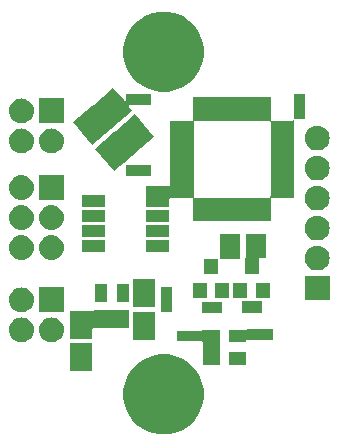
<source format=gbr>
G04 #@! TF.GenerationSoftware,KiCad,Pcbnew,(5.0.2)-1*
G04 #@! TF.CreationDate,2019-03-06T20:32:53+00:00*
G04 #@! TF.ProjectId,distanced,64697374-616e-4636-9564-2e6b69636164,rev?*
G04 #@! TF.SameCoordinates,Original*
G04 #@! TF.FileFunction,Soldermask,Bot*
G04 #@! TF.FilePolarity,Negative*
%FSLAX46Y46*%
G04 Gerber Fmt 4.6, Leading zero omitted, Abs format (unit mm)*
G04 Created by KiCad (PCBNEW (5.0.2)-1) date 06/03/2019 20:32:53*
%MOMM*%
%LPD*%
G01*
G04 APERTURE LIST*
%ADD10C,0.150000*%
G04 APERTURE END LIST*
D10*
G36*
X148991743Y-95730660D02*
X149610503Y-95986958D01*
X150167377Y-96359050D01*
X150640950Y-96832623D01*
X151013042Y-97389497D01*
X151269340Y-98008257D01*
X151400000Y-98665128D01*
X151400000Y-99334872D01*
X151269340Y-99991743D01*
X151013042Y-100610503D01*
X150640950Y-101167377D01*
X150167377Y-101640950D01*
X149610503Y-102013042D01*
X148991743Y-102269340D01*
X148334872Y-102400000D01*
X147665128Y-102400000D01*
X147008257Y-102269340D01*
X146389497Y-102013042D01*
X145832623Y-101640950D01*
X145359050Y-101167377D01*
X144986958Y-100610503D01*
X144730660Y-99991743D01*
X144600000Y-99334872D01*
X144600000Y-98665128D01*
X144730660Y-98008257D01*
X144986958Y-97389497D01*
X145359050Y-96832623D01*
X145832623Y-96359050D01*
X146389497Y-95986958D01*
X147008257Y-95730660D01*
X147665128Y-95600000D01*
X148334872Y-95600000D01*
X148991743Y-95730660D01*
X148991743Y-95730660D01*
G37*
G36*
X141975000Y-97025000D02*
X140075000Y-97025000D01*
X140075000Y-94675000D01*
X141975000Y-94675000D01*
X141975000Y-97025000D01*
X141975000Y-97025000D01*
G37*
G36*
X152780000Y-96475000D02*
X151320000Y-96475000D01*
X151320000Y-94625000D01*
X151317598Y-94600614D01*
X151310485Y-94577165D01*
X151298934Y-94555554D01*
X151283388Y-94536612D01*
X151264446Y-94521066D01*
X151242835Y-94509515D01*
X151219386Y-94502402D01*
X151195000Y-94500000D01*
X149125000Y-94500000D01*
X149125000Y-93600000D01*
X151195000Y-93600000D01*
X151219386Y-93597598D01*
X151242835Y-93590485D01*
X151264446Y-93578934D01*
X151283388Y-93563388D01*
X151298934Y-93544446D01*
X151309328Y-93525000D01*
X152780000Y-93525000D01*
X152780000Y-96475000D01*
X152780000Y-96475000D01*
G37*
G36*
X154980000Y-96475000D02*
X153520000Y-96475000D01*
X153520000Y-95425000D01*
X154980000Y-95425000D01*
X154980000Y-96475000D01*
X154980000Y-96475000D01*
G37*
G36*
X138628707Y-92497597D02*
X138705836Y-92505193D01*
X138837787Y-92545220D01*
X138903763Y-92565233D01*
X139086172Y-92662733D01*
X139246054Y-92793946D01*
X139377267Y-92953828D01*
X139474767Y-93136237D01*
X139474767Y-93136238D01*
X139534807Y-93334164D01*
X139555080Y-93540000D01*
X139534807Y-93745836D01*
X139494780Y-93877787D01*
X139474767Y-93943763D01*
X139377267Y-94126172D01*
X139246054Y-94286054D01*
X139086172Y-94417267D01*
X138903763Y-94514767D01*
X138837787Y-94534780D01*
X138705836Y-94574807D01*
X138628707Y-94582403D01*
X138551580Y-94590000D01*
X138448420Y-94590000D01*
X138371293Y-94582403D01*
X138294164Y-94574807D01*
X138162213Y-94534780D01*
X138096237Y-94514767D01*
X137913828Y-94417267D01*
X137753946Y-94286054D01*
X137622733Y-94126172D01*
X137525233Y-93943763D01*
X137505220Y-93877787D01*
X137465193Y-93745836D01*
X137444920Y-93540000D01*
X137465193Y-93334164D01*
X137525233Y-93136238D01*
X137525233Y-93136237D01*
X137622733Y-92953828D01*
X137753946Y-92793946D01*
X137913828Y-92662733D01*
X138096237Y-92565233D01*
X138162213Y-92545220D01*
X138294164Y-92505193D01*
X138371293Y-92497596D01*
X138448420Y-92490000D01*
X138551580Y-92490000D01*
X138628707Y-92497597D01*
X138628707Y-92497597D01*
G37*
G36*
X136088707Y-92497597D02*
X136165836Y-92505193D01*
X136297787Y-92545220D01*
X136363763Y-92565233D01*
X136546172Y-92662733D01*
X136706054Y-92793946D01*
X136837267Y-92953828D01*
X136934767Y-93136237D01*
X136934767Y-93136238D01*
X136994807Y-93334164D01*
X137015080Y-93540000D01*
X136994807Y-93745836D01*
X136954780Y-93877787D01*
X136934767Y-93943763D01*
X136837267Y-94126172D01*
X136706054Y-94286054D01*
X136546172Y-94417267D01*
X136363763Y-94514767D01*
X136297787Y-94534780D01*
X136165836Y-94574807D01*
X136088707Y-94582403D01*
X136011580Y-94590000D01*
X135908420Y-94590000D01*
X135831293Y-94582403D01*
X135754164Y-94574807D01*
X135622213Y-94534780D01*
X135556237Y-94514767D01*
X135373828Y-94417267D01*
X135213946Y-94286054D01*
X135082733Y-94126172D01*
X134985233Y-93943763D01*
X134965220Y-93877787D01*
X134925193Y-93745836D01*
X134904920Y-93540000D01*
X134925193Y-93334164D01*
X134985233Y-93136238D01*
X134985233Y-93136237D01*
X135082733Y-92953828D01*
X135213946Y-92793946D01*
X135373828Y-92662733D01*
X135556237Y-92565233D01*
X135622213Y-92545220D01*
X135754164Y-92505193D01*
X135831293Y-92497596D01*
X135908420Y-92490000D01*
X136011580Y-92490000D01*
X136088707Y-92497597D01*
X136088707Y-92497597D01*
G37*
G36*
X157225000Y-94375000D02*
X155105000Y-94375000D01*
X155080614Y-94377402D01*
X155057165Y-94384515D01*
X155035554Y-94396066D01*
X155016612Y-94411612D01*
X155001066Y-94430554D01*
X154989515Y-94452165D01*
X154982402Y-94475614D01*
X154980000Y-94500000D01*
X154980000Y-94575000D01*
X153520000Y-94575000D01*
X153520000Y-93525000D01*
X155000000Y-93525000D01*
X155024386Y-93522598D01*
X155047835Y-93515485D01*
X155069446Y-93503934D01*
X155088388Y-93488388D01*
X155099376Y-93475000D01*
X157225000Y-93475000D01*
X157225000Y-94375000D01*
X157225000Y-94375000D01*
G37*
G36*
X147275000Y-94375000D02*
X145375000Y-94375000D01*
X145375000Y-92025000D01*
X147275000Y-92025000D01*
X147275000Y-94375000D01*
X147275000Y-94375000D01*
G37*
G36*
X145100000Y-93355000D02*
X142100000Y-93355000D01*
X142075614Y-93357402D01*
X142052165Y-93364515D01*
X142030554Y-93376066D01*
X142011612Y-93391612D01*
X141996066Y-93410554D01*
X141984515Y-93432165D01*
X141977402Y-93455614D01*
X141975000Y-93480000D01*
X141975000Y-94275000D01*
X140075000Y-94275000D01*
X140075000Y-91925000D01*
X142025000Y-91925000D01*
X142049386Y-91922598D01*
X142072835Y-91915485D01*
X142094446Y-91903934D01*
X142105332Y-91895000D01*
X145100000Y-91895000D01*
X145100000Y-93355000D01*
X145100000Y-93355000D01*
G37*
G36*
X152975000Y-92150000D02*
X151275000Y-92150000D01*
X151275000Y-91150000D01*
X152975000Y-91150000D01*
X152975000Y-92150000D01*
X152975000Y-92150000D01*
G37*
G36*
X156300000Y-92125000D02*
X154600000Y-92125000D01*
X154600000Y-91125000D01*
X156300000Y-91125000D01*
X156300000Y-92125000D01*
X156300000Y-92125000D01*
G37*
G36*
X136088707Y-89957596D02*
X136165836Y-89965193D01*
X136297787Y-90005220D01*
X136363763Y-90025233D01*
X136546172Y-90122733D01*
X136706054Y-90253946D01*
X136837267Y-90413828D01*
X136934767Y-90596237D01*
X136934767Y-90596238D01*
X136994807Y-90794164D01*
X137015080Y-91000000D01*
X136994807Y-91205836D01*
X136954780Y-91337787D01*
X136934767Y-91403763D01*
X136837267Y-91586172D01*
X136706054Y-91746054D01*
X136546172Y-91877267D01*
X136363763Y-91974767D01*
X136297787Y-91994780D01*
X136165836Y-92034807D01*
X136088707Y-92042403D01*
X136011580Y-92050000D01*
X135908420Y-92050000D01*
X135831293Y-92042403D01*
X135754164Y-92034807D01*
X135622213Y-91994780D01*
X135556237Y-91974767D01*
X135373828Y-91877267D01*
X135213946Y-91746054D01*
X135082733Y-91586172D01*
X134985233Y-91403763D01*
X134965220Y-91337787D01*
X134925193Y-91205836D01*
X134904920Y-91000000D01*
X134925193Y-90794164D01*
X134985233Y-90596238D01*
X134985233Y-90596237D01*
X135082733Y-90413828D01*
X135213946Y-90253946D01*
X135373828Y-90122733D01*
X135556237Y-90025233D01*
X135622213Y-90005220D01*
X135754164Y-89965193D01*
X135831293Y-89957596D01*
X135908420Y-89950000D01*
X136011580Y-89950000D01*
X136088707Y-89957596D01*
X136088707Y-89957596D01*
G37*
G36*
X139550000Y-92050000D02*
X137450000Y-92050000D01*
X137450000Y-89950000D01*
X139550000Y-89950000D01*
X139550000Y-92050000D01*
X139550000Y-92050000D01*
G37*
G36*
X148700000Y-92025000D02*
X147800000Y-92025000D01*
X147800000Y-89925000D01*
X148700000Y-89925000D01*
X148700000Y-92025000D01*
X148700000Y-92025000D01*
G37*
G36*
X147275000Y-91625000D02*
X145375000Y-91625000D01*
X145375000Y-89275000D01*
X147275000Y-89275000D01*
X147275000Y-91625000D01*
X147275000Y-91625000D01*
G37*
G36*
X145100000Y-91155000D02*
X144050000Y-91155000D01*
X144050000Y-89695000D01*
X145100000Y-89695000D01*
X145100000Y-91155000D01*
X145100000Y-91155000D01*
G37*
G36*
X143200000Y-91155000D02*
X142150000Y-91155000D01*
X142150000Y-89695000D01*
X143200000Y-89695000D01*
X143200000Y-91155000D01*
X143200000Y-91155000D01*
G37*
G36*
X162050000Y-91050000D02*
X159950000Y-91050000D01*
X159950000Y-88950000D01*
X162050000Y-88950000D01*
X162050000Y-91050000D01*
X162050000Y-91050000D01*
G37*
G36*
X155100000Y-90850000D02*
X153900000Y-90850000D01*
X153900000Y-89550000D01*
X155100000Y-89550000D01*
X155100000Y-90850000D01*
X155100000Y-90850000D01*
G37*
G36*
X157000000Y-90850000D02*
X155800000Y-90850000D01*
X155800000Y-89550000D01*
X157000000Y-89550000D01*
X157000000Y-90850000D01*
X157000000Y-90850000D01*
G37*
G36*
X151675000Y-90850000D02*
X150475000Y-90850000D01*
X150475000Y-89550000D01*
X151675000Y-89550000D01*
X151675000Y-90850000D01*
X151675000Y-90850000D01*
G37*
G36*
X153575000Y-90850000D02*
X152375000Y-90850000D01*
X152375000Y-89550000D01*
X153575000Y-89550000D01*
X153575000Y-90850000D01*
X153575000Y-90850000D01*
G37*
G36*
X156650000Y-87475000D02*
X156175000Y-87475000D01*
X156150614Y-87477402D01*
X156127165Y-87484515D01*
X156105554Y-87496066D01*
X156086612Y-87511612D01*
X156071066Y-87530554D01*
X156059515Y-87552165D01*
X156052402Y-87575614D01*
X156050000Y-87600000D01*
X156050000Y-88850000D01*
X154850000Y-88850000D01*
X154850000Y-87547412D01*
X154872835Y-87540485D01*
X154894446Y-87528934D01*
X154913388Y-87513388D01*
X154928934Y-87494446D01*
X154940485Y-87472835D01*
X154947598Y-87449386D01*
X154950000Y-87425000D01*
X154950000Y-85425000D01*
X156650000Y-85425000D01*
X156650000Y-87475000D01*
X156650000Y-87475000D01*
G37*
G36*
X152646066Y-87555554D02*
X152634515Y-87577165D01*
X152627402Y-87600614D01*
X152625000Y-87625000D01*
X152625000Y-88850000D01*
X151425000Y-88850000D01*
X151425000Y-87550000D01*
X152650000Y-87550000D01*
X152650679Y-87549933D01*
X152646066Y-87555554D01*
X152646066Y-87555554D01*
G37*
G36*
X161128707Y-86417596D02*
X161205836Y-86425193D01*
X161337787Y-86465220D01*
X161403763Y-86485233D01*
X161586172Y-86582733D01*
X161746054Y-86713946D01*
X161877267Y-86873828D01*
X161974767Y-87056237D01*
X161974767Y-87056238D01*
X162034807Y-87254164D01*
X162055080Y-87460000D01*
X162034807Y-87665836D01*
X161994780Y-87797787D01*
X161974767Y-87863763D01*
X161877267Y-88046172D01*
X161746054Y-88206054D01*
X161586172Y-88337267D01*
X161403763Y-88434767D01*
X161337787Y-88454780D01*
X161205836Y-88494807D01*
X161128707Y-88502403D01*
X161051580Y-88510000D01*
X160948420Y-88510000D01*
X160871293Y-88502403D01*
X160794164Y-88494807D01*
X160662213Y-88454780D01*
X160596237Y-88434767D01*
X160413828Y-88337267D01*
X160253946Y-88206054D01*
X160122733Y-88046172D01*
X160025233Y-87863763D01*
X160005220Y-87797787D01*
X159965193Y-87665836D01*
X159944920Y-87460000D01*
X159965193Y-87254164D01*
X160025233Y-87056238D01*
X160025233Y-87056237D01*
X160122733Y-86873828D01*
X160253946Y-86713946D01*
X160413828Y-86582733D01*
X160596237Y-86485233D01*
X160662213Y-86465220D01*
X160794164Y-86425193D01*
X160871293Y-86417596D01*
X160948420Y-86410000D01*
X161051580Y-86410000D01*
X161128707Y-86417596D01*
X161128707Y-86417596D01*
G37*
G36*
X138628707Y-85537596D02*
X138705836Y-85545193D01*
X138837787Y-85585220D01*
X138903763Y-85605233D01*
X139086172Y-85702733D01*
X139246054Y-85833946D01*
X139377267Y-85993828D01*
X139474767Y-86176237D01*
X139474767Y-86176238D01*
X139534807Y-86374164D01*
X139555080Y-86580000D01*
X139534807Y-86785836D01*
X139508115Y-86873828D01*
X139474767Y-86983763D01*
X139377267Y-87166172D01*
X139246054Y-87326054D01*
X139086172Y-87457267D01*
X138903763Y-87554767D01*
X138837787Y-87574780D01*
X138705836Y-87614807D01*
X138628707Y-87622404D01*
X138551580Y-87630000D01*
X138448420Y-87630000D01*
X138371293Y-87622404D01*
X138294164Y-87614807D01*
X138162213Y-87574780D01*
X138096237Y-87554767D01*
X137913828Y-87457267D01*
X137753946Y-87326054D01*
X137622733Y-87166172D01*
X137525233Y-86983763D01*
X137491885Y-86873828D01*
X137465193Y-86785836D01*
X137444920Y-86580000D01*
X137465193Y-86374164D01*
X137525233Y-86176238D01*
X137525233Y-86176237D01*
X137622733Y-85993828D01*
X137753946Y-85833946D01*
X137913828Y-85702733D01*
X138096237Y-85605233D01*
X138162213Y-85585220D01*
X138294164Y-85545193D01*
X138371293Y-85537596D01*
X138448420Y-85530000D01*
X138551580Y-85530000D01*
X138628707Y-85537596D01*
X138628707Y-85537596D01*
G37*
G36*
X136088707Y-85537596D02*
X136165836Y-85545193D01*
X136297787Y-85585220D01*
X136363763Y-85605233D01*
X136546172Y-85702733D01*
X136706054Y-85833946D01*
X136837267Y-85993828D01*
X136934767Y-86176237D01*
X136934767Y-86176238D01*
X136994807Y-86374164D01*
X137015080Y-86580000D01*
X136994807Y-86785836D01*
X136968115Y-86873828D01*
X136934767Y-86983763D01*
X136837267Y-87166172D01*
X136706054Y-87326054D01*
X136546172Y-87457267D01*
X136363763Y-87554767D01*
X136297787Y-87574780D01*
X136165836Y-87614807D01*
X136088707Y-87622404D01*
X136011580Y-87630000D01*
X135908420Y-87630000D01*
X135831293Y-87622404D01*
X135754164Y-87614807D01*
X135622213Y-87574780D01*
X135556237Y-87554767D01*
X135373828Y-87457267D01*
X135213946Y-87326054D01*
X135082733Y-87166172D01*
X134985233Y-86983763D01*
X134951885Y-86873828D01*
X134925193Y-86785836D01*
X134904920Y-86580000D01*
X134925193Y-86374164D01*
X134985233Y-86176238D01*
X134985233Y-86176237D01*
X135082733Y-85993828D01*
X135213946Y-85833946D01*
X135373828Y-85702733D01*
X135556237Y-85605233D01*
X135622213Y-85585220D01*
X135754164Y-85545193D01*
X135831293Y-85537596D01*
X135908420Y-85530000D01*
X136011580Y-85530000D01*
X136088707Y-85537596D01*
X136088707Y-85537596D01*
G37*
G36*
X154475000Y-87500000D02*
X152750000Y-87500000D01*
X152749321Y-87500067D01*
X152753934Y-87494446D01*
X152765485Y-87472835D01*
X152772598Y-87449386D01*
X152775000Y-87425000D01*
X152775000Y-85450000D01*
X154475000Y-85450000D01*
X154475000Y-87500000D01*
X154475000Y-87500000D01*
G37*
G36*
X148475000Y-86955000D02*
X146525000Y-86955000D01*
X146525000Y-85955000D01*
X148475000Y-85955000D01*
X148475000Y-86955000D01*
X148475000Y-86955000D01*
G37*
G36*
X143075000Y-86955000D02*
X141125000Y-86955000D01*
X141125000Y-85955000D01*
X143075000Y-85955000D01*
X143075000Y-86955000D01*
X143075000Y-86955000D01*
G37*
G36*
X161128707Y-83877597D02*
X161205836Y-83885193D01*
X161337787Y-83925220D01*
X161403763Y-83945233D01*
X161586172Y-84042733D01*
X161746054Y-84173946D01*
X161877267Y-84333828D01*
X161974767Y-84516237D01*
X161974767Y-84516238D01*
X162034807Y-84714164D01*
X162055080Y-84920000D01*
X162034807Y-85125836D01*
X161994780Y-85257787D01*
X161974767Y-85323763D01*
X161877267Y-85506172D01*
X161746054Y-85666054D01*
X161586172Y-85797267D01*
X161403763Y-85894767D01*
X161337787Y-85914780D01*
X161205836Y-85954807D01*
X161128707Y-85962403D01*
X161051580Y-85970000D01*
X160948420Y-85970000D01*
X160871293Y-85962403D01*
X160794164Y-85954807D01*
X160662213Y-85914780D01*
X160596237Y-85894767D01*
X160413828Y-85797267D01*
X160253946Y-85666054D01*
X160122733Y-85506172D01*
X160025233Y-85323763D01*
X160005220Y-85257787D01*
X159965193Y-85125836D01*
X159944920Y-84920000D01*
X159965193Y-84714164D01*
X160025233Y-84516238D01*
X160025233Y-84516237D01*
X160122733Y-84333828D01*
X160253946Y-84173946D01*
X160413828Y-84042733D01*
X160596237Y-83945233D01*
X160662213Y-83925220D01*
X160794164Y-83885193D01*
X160871293Y-83877597D01*
X160948420Y-83870000D01*
X161051580Y-83870000D01*
X161128707Y-83877597D01*
X161128707Y-83877597D01*
G37*
G36*
X143075000Y-85685000D02*
X141125000Y-85685000D01*
X141125000Y-84685000D01*
X143075000Y-84685000D01*
X143075000Y-85685000D01*
X143075000Y-85685000D01*
G37*
G36*
X148475000Y-85685000D02*
X146525000Y-85685000D01*
X146525000Y-84685000D01*
X148475000Y-84685000D01*
X148475000Y-85685000D01*
X148475000Y-85685000D01*
G37*
G36*
X138628707Y-82997596D02*
X138705836Y-83005193D01*
X138837787Y-83045220D01*
X138903763Y-83065233D01*
X139086172Y-83162733D01*
X139246054Y-83293946D01*
X139377267Y-83453828D01*
X139474767Y-83636237D01*
X139474767Y-83636238D01*
X139534807Y-83834164D01*
X139555080Y-84040000D01*
X139534807Y-84245836D01*
X139508115Y-84333828D01*
X139474767Y-84443763D01*
X139377267Y-84626172D01*
X139246054Y-84786054D01*
X139086172Y-84917267D01*
X138903763Y-85014767D01*
X138837787Y-85034780D01*
X138705836Y-85074807D01*
X138628707Y-85082403D01*
X138551580Y-85090000D01*
X138448420Y-85090000D01*
X138371293Y-85082403D01*
X138294164Y-85074807D01*
X138162213Y-85034780D01*
X138096237Y-85014767D01*
X137913828Y-84917267D01*
X137753946Y-84786054D01*
X137622733Y-84626172D01*
X137525233Y-84443763D01*
X137491885Y-84333828D01*
X137465193Y-84245836D01*
X137444920Y-84040000D01*
X137465193Y-83834164D01*
X137525233Y-83636238D01*
X137525233Y-83636237D01*
X137622733Y-83453828D01*
X137753946Y-83293946D01*
X137913828Y-83162733D01*
X138096237Y-83065233D01*
X138162213Y-83045220D01*
X138294164Y-83005193D01*
X138371293Y-82997596D01*
X138448420Y-82990000D01*
X138551580Y-82990000D01*
X138628707Y-82997596D01*
X138628707Y-82997596D01*
G37*
G36*
X136088707Y-82997596D02*
X136165836Y-83005193D01*
X136297787Y-83045220D01*
X136363763Y-83065233D01*
X136546172Y-83162733D01*
X136706054Y-83293946D01*
X136837267Y-83453828D01*
X136934767Y-83636237D01*
X136934767Y-83636238D01*
X136994807Y-83834164D01*
X137015080Y-84040000D01*
X136994807Y-84245836D01*
X136968115Y-84333828D01*
X136934767Y-84443763D01*
X136837267Y-84626172D01*
X136706054Y-84786054D01*
X136546172Y-84917267D01*
X136363763Y-85014767D01*
X136297787Y-85034780D01*
X136165836Y-85074807D01*
X136088707Y-85082403D01*
X136011580Y-85090000D01*
X135908420Y-85090000D01*
X135831293Y-85082403D01*
X135754164Y-85074807D01*
X135622213Y-85034780D01*
X135556237Y-85014767D01*
X135373828Y-84917267D01*
X135213946Y-84786054D01*
X135082733Y-84626172D01*
X134985233Y-84443763D01*
X134951885Y-84333828D01*
X134925193Y-84245836D01*
X134904920Y-84040000D01*
X134925193Y-83834164D01*
X134985233Y-83636238D01*
X134985233Y-83636237D01*
X135082733Y-83453828D01*
X135213946Y-83293946D01*
X135373828Y-83162733D01*
X135556237Y-83065233D01*
X135622213Y-83045220D01*
X135754164Y-83005193D01*
X135831293Y-82997596D01*
X135908420Y-82990000D01*
X136011580Y-82990000D01*
X136088707Y-82997596D01*
X136088707Y-82997596D01*
G37*
G36*
X143075000Y-84415000D02*
X141125000Y-84415000D01*
X141125000Y-83415000D01*
X143075000Y-83415000D01*
X143075000Y-84415000D01*
X143075000Y-84415000D01*
G37*
G36*
X148475000Y-84415000D02*
X146525000Y-84415000D01*
X146525000Y-83415000D01*
X148475000Y-83415000D01*
X148475000Y-84415000D01*
X148475000Y-84415000D01*
G37*
G36*
X159950000Y-75660000D02*
X159175000Y-75660000D01*
X159150614Y-75662402D01*
X159127165Y-75669515D01*
X159105554Y-75681066D01*
X159086612Y-75696612D01*
X159071066Y-75715554D01*
X159059515Y-75737165D01*
X159052402Y-75760614D01*
X159050000Y-75785000D01*
X159050000Y-82375000D01*
X157200000Y-82375000D01*
X157175614Y-82377402D01*
X157152165Y-82384515D01*
X157130554Y-82396066D01*
X157111612Y-82411612D01*
X157096066Y-82430554D01*
X157084515Y-82452165D01*
X157077402Y-82475614D01*
X157075000Y-82500000D01*
X157075000Y-84350000D01*
X150525000Y-84350000D01*
X150525000Y-82500000D01*
X150522598Y-82475614D01*
X150515485Y-82452165D01*
X150503934Y-82430554D01*
X150488388Y-82411612D01*
X150469446Y-82396066D01*
X150447835Y-82384515D01*
X150424386Y-82377402D01*
X150400000Y-82375000D01*
X148600000Y-82375000D01*
X148575614Y-82377402D01*
X148552165Y-82384515D01*
X148530554Y-82396066D01*
X148511612Y-82411612D01*
X148496066Y-82430554D01*
X148484515Y-82452165D01*
X148477402Y-82475614D01*
X148475000Y-82500000D01*
X148475000Y-83145000D01*
X146525000Y-83145000D01*
X146525000Y-82052951D01*
X146527598Y-82044386D01*
X146530000Y-82020000D01*
X146530000Y-81340000D01*
X148425000Y-81340000D01*
X148449386Y-81337598D01*
X148472835Y-81330485D01*
X148494446Y-81318934D01*
X148513388Y-81303388D01*
X148528934Y-81284446D01*
X148540485Y-81262835D01*
X148547598Y-81239386D01*
X148550000Y-81215000D01*
X148550000Y-75975000D01*
X150550000Y-75975000D01*
X150550000Y-82225000D01*
X150552402Y-82249386D01*
X150559515Y-82272835D01*
X150571066Y-82294446D01*
X150586612Y-82313388D01*
X150605554Y-82328934D01*
X150627165Y-82340485D01*
X150650614Y-82347598D01*
X150675000Y-82350000D01*
X156925000Y-82350000D01*
X156949386Y-82347598D01*
X156972835Y-82340485D01*
X156994446Y-82328934D01*
X157013388Y-82313388D01*
X157028934Y-82294446D01*
X157040485Y-82272835D01*
X157047598Y-82249386D01*
X157050000Y-82225000D01*
X157050000Y-75975000D01*
X157047598Y-75950614D01*
X157040485Y-75927165D01*
X157028934Y-75905554D01*
X157013388Y-75886612D01*
X156994446Y-75871066D01*
X156972835Y-75859515D01*
X156949386Y-75852402D01*
X156925000Y-75850000D01*
X150675000Y-75850000D01*
X150650614Y-75852402D01*
X150627165Y-75859515D01*
X150605554Y-75871066D01*
X150586612Y-75886612D01*
X150571066Y-75905554D01*
X150559515Y-75927165D01*
X150552402Y-75950614D01*
X150550000Y-75975000D01*
X148550000Y-75975000D01*
X148550000Y-75825000D01*
X150400000Y-75825000D01*
X150424386Y-75822598D01*
X150447835Y-75815485D01*
X150469446Y-75803934D01*
X150488388Y-75788388D01*
X150503934Y-75769446D01*
X150515485Y-75747835D01*
X150522598Y-75724386D01*
X150525000Y-75700000D01*
X150525000Y-73850000D01*
X157075000Y-73850000D01*
X157075000Y-75700000D01*
X157077402Y-75724386D01*
X157084515Y-75747835D01*
X157096066Y-75769446D01*
X157111612Y-75788388D01*
X157130554Y-75803934D01*
X157152165Y-75815485D01*
X157175614Y-75822598D01*
X157200000Y-75825000D01*
X158925000Y-75825000D01*
X158949386Y-75822598D01*
X158972835Y-75815485D01*
X158994446Y-75803934D01*
X159013388Y-75788388D01*
X159028934Y-75769446D01*
X159040485Y-75747835D01*
X159047598Y-75724386D01*
X159050000Y-75700000D01*
X159050000Y-73560000D01*
X159950000Y-73560000D01*
X159950000Y-75660000D01*
X159950000Y-75660000D01*
G37*
G36*
X161128707Y-81337596D02*
X161205836Y-81345193D01*
X161337787Y-81385220D01*
X161403763Y-81405233D01*
X161586172Y-81502733D01*
X161746054Y-81633946D01*
X161877267Y-81793828D01*
X161974767Y-81976237D01*
X161974767Y-81976238D01*
X162034807Y-82174164D01*
X162055080Y-82380000D01*
X162034807Y-82585836D01*
X161994780Y-82717787D01*
X161974767Y-82783763D01*
X161877267Y-82966172D01*
X161746054Y-83126054D01*
X161586172Y-83257267D01*
X161403763Y-83354767D01*
X161337787Y-83374780D01*
X161205836Y-83414807D01*
X161128707Y-83422403D01*
X161051580Y-83430000D01*
X160948420Y-83430000D01*
X160871293Y-83422403D01*
X160794164Y-83414807D01*
X160662213Y-83374780D01*
X160596237Y-83354767D01*
X160413828Y-83257267D01*
X160253946Y-83126054D01*
X160122733Y-82966172D01*
X160025233Y-82783763D01*
X160005220Y-82717787D01*
X159965193Y-82585836D01*
X159944920Y-82380000D01*
X159965193Y-82174164D01*
X160025233Y-81976238D01*
X160025233Y-81976237D01*
X160122733Y-81793828D01*
X160253946Y-81633946D01*
X160413828Y-81502733D01*
X160596237Y-81405233D01*
X160662213Y-81385220D01*
X160794164Y-81345193D01*
X160871293Y-81337596D01*
X160948420Y-81330000D01*
X161051580Y-81330000D01*
X161128707Y-81337596D01*
X161128707Y-81337596D01*
G37*
G36*
X143075000Y-83145000D02*
X141125000Y-83145000D01*
X141125000Y-82145000D01*
X143075000Y-82145000D01*
X143075000Y-83145000D01*
X143075000Y-83145000D01*
G37*
G36*
X136088707Y-80457597D02*
X136165836Y-80465193D01*
X136297787Y-80505220D01*
X136363763Y-80525233D01*
X136546172Y-80622733D01*
X136706054Y-80753946D01*
X136837267Y-80913828D01*
X136934767Y-81096237D01*
X136934767Y-81096238D01*
X136994807Y-81294164D01*
X137015080Y-81500000D01*
X136994807Y-81705836D01*
X136968115Y-81793828D01*
X136934767Y-81903763D01*
X136837267Y-82086172D01*
X136706054Y-82246054D01*
X136546172Y-82377267D01*
X136363763Y-82474767D01*
X136297787Y-82494780D01*
X136165836Y-82534807D01*
X136088707Y-82542403D01*
X136011580Y-82550000D01*
X135908420Y-82550000D01*
X135831293Y-82542403D01*
X135754164Y-82534807D01*
X135622213Y-82494780D01*
X135556237Y-82474767D01*
X135373828Y-82377267D01*
X135213946Y-82246054D01*
X135082733Y-82086172D01*
X134985233Y-81903763D01*
X134951885Y-81793828D01*
X134925193Y-81705836D01*
X134904920Y-81500000D01*
X134925193Y-81294164D01*
X134985233Y-81096238D01*
X134985233Y-81096237D01*
X135082733Y-80913828D01*
X135213946Y-80753946D01*
X135373828Y-80622733D01*
X135556237Y-80525233D01*
X135622213Y-80505220D01*
X135754164Y-80465193D01*
X135831293Y-80457597D01*
X135908420Y-80450000D01*
X136011580Y-80450000D01*
X136088707Y-80457597D01*
X136088707Y-80457597D01*
G37*
G36*
X139550000Y-82550000D02*
X137450000Y-82550000D01*
X137450000Y-80450000D01*
X139550000Y-80450000D01*
X139550000Y-82550000D01*
X139550000Y-82550000D01*
G37*
G36*
X161128707Y-78797597D02*
X161205836Y-78805193D01*
X161337787Y-78845220D01*
X161403763Y-78865233D01*
X161586172Y-78962733D01*
X161746054Y-79093946D01*
X161877267Y-79253828D01*
X161974767Y-79436237D01*
X161974767Y-79436238D01*
X162034807Y-79634164D01*
X162055080Y-79840000D01*
X162034807Y-80045836D01*
X162013950Y-80114592D01*
X161974767Y-80243763D01*
X161877267Y-80426172D01*
X161746054Y-80586054D01*
X161586172Y-80717267D01*
X161403763Y-80814767D01*
X161337787Y-80834780D01*
X161205836Y-80874807D01*
X161128707Y-80882404D01*
X161051580Y-80890000D01*
X160948420Y-80890000D01*
X160871293Y-80882404D01*
X160794164Y-80874807D01*
X160662213Y-80834780D01*
X160596237Y-80814767D01*
X160413828Y-80717267D01*
X160253946Y-80586054D01*
X160122733Y-80426172D01*
X160025233Y-80243763D01*
X159986050Y-80114592D01*
X159965193Y-80045836D01*
X159944920Y-79840000D01*
X159965193Y-79634164D01*
X160025233Y-79436238D01*
X160025233Y-79436237D01*
X160122733Y-79253828D01*
X160253946Y-79093946D01*
X160413828Y-78962733D01*
X160596237Y-78865233D01*
X160662213Y-78845220D01*
X160794164Y-78805193D01*
X160871293Y-78797597D01*
X160948420Y-78790000D01*
X161051580Y-78790000D01*
X161128707Y-78797597D01*
X161128707Y-78797597D01*
G37*
G36*
X146925000Y-80500000D02*
X144825000Y-80500000D01*
X144825000Y-79600000D01*
X146925000Y-79600000D01*
X146925000Y-80500000D01*
X146925000Y-80500000D01*
G37*
G36*
X147209126Y-77222048D02*
X145578866Y-78590000D01*
X145523829Y-78636181D01*
X145428091Y-78716515D01*
X145428076Y-78716526D01*
X145340513Y-78790000D01*
X144638279Y-79379245D01*
X144631463Y-79386211D01*
X144630554Y-79386697D01*
X144619652Y-79394875D01*
X144334476Y-79634166D01*
X143761927Y-80114592D01*
X142154958Y-78199481D01*
X142940896Y-77540000D01*
X143840255Y-76785348D01*
X143935990Y-76705017D01*
X143936003Y-76705007D01*
X145602157Y-75306937D01*
X147209126Y-77222048D01*
X147209126Y-77222048D01*
G37*
G36*
X136088707Y-76497597D02*
X136165836Y-76505193D01*
X136297787Y-76545220D01*
X136363763Y-76565233D01*
X136546172Y-76662733D01*
X136706054Y-76793946D01*
X136837267Y-76953828D01*
X136934767Y-77136237D01*
X136934767Y-77136238D01*
X136994807Y-77334164D01*
X137015080Y-77540000D01*
X136994807Y-77745836D01*
X136954780Y-77877787D01*
X136934767Y-77943763D01*
X136837267Y-78126172D01*
X136706054Y-78286054D01*
X136546172Y-78417267D01*
X136363763Y-78514767D01*
X136297787Y-78534780D01*
X136165836Y-78574807D01*
X136088707Y-78582404D01*
X136011580Y-78590000D01*
X135908420Y-78590000D01*
X135831293Y-78582404D01*
X135754164Y-78574807D01*
X135622213Y-78534780D01*
X135556237Y-78514767D01*
X135373828Y-78417267D01*
X135213946Y-78286054D01*
X135082733Y-78126172D01*
X134985233Y-77943763D01*
X134965220Y-77877787D01*
X134925193Y-77745836D01*
X134904920Y-77540000D01*
X134925193Y-77334164D01*
X134985233Y-77136238D01*
X134985233Y-77136237D01*
X135082733Y-76953828D01*
X135213946Y-76793946D01*
X135373828Y-76662733D01*
X135556237Y-76565233D01*
X135622213Y-76545220D01*
X135754164Y-76505193D01*
X135831293Y-76497597D01*
X135908420Y-76490000D01*
X136011580Y-76490000D01*
X136088707Y-76497597D01*
X136088707Y-76497597D01*
G37*
G36*
X138628707Y-76497597D02*
X138705836Y-76505193D01*
X138837787Y-76545220D01*
X138903763Y-76565233D01*
X139086172Y-76662733D01*
X139246054Y-76793946D01*
X139377267Y-76953828D01*
X139474767Y-77136237D01*
X139474767Y-77136238D01*
X139534807Y-77334164D01*
X139555080Y-77540000D01*
X139534807Y-77745836D01*
X139494780Y-77877787D01*
X139474767Y-77943763D01*
X139377267Y-78126172D01*
X139246054Y-78286054D01*
X139086172Y-78417267D01*
X138903763Y-78514767D01*
X138837787Y-78534780D01*
X138705836Y-78574807D01*
X138628707Y-78582404D01*
X138551580Y-78590000D01*
X138448420Y-78590000D01*
X138371293Y-78582404D01*
X138294164Y-78574807D01*
X138162213Y-78534780D01*
X138096237Y-78514767D01*
X137913828Y-78417267D01*
X137753946Y-78286054D01*
X137622733Y-78126172D01*
X137525233Y-77943763D01*
X137505220Y-77877787D01*
X137465193Y-77745836D01*
X137444920Y-77540000D01*
X137465193Y-77334164D01*
X137525233Y-77136238D01*
X137525233Y-77136237D01*
X137622733Y-76953828D01*
X137753946Y-76793946D01*
X137913828Y-76662733D01*
X138096237Y-76565233D01*
X138162213Y-76545220D01*
X138294164Y-76505193D01*
X138371293Y-76497597D01*
X138448420Y-76490000D01*
X138551580Y-76490000D01*
X138628707Y-76497597D01*
X138628707Y-76497597D01*
G37*
G36*
X161128707Y-76257597D02*
X161205836Y-76265193D01*
X161337787Y-76305220D01*
X161403763Y-76325233D01*
X161586172Y-76422733D01*
X161746054Y-76553946D01*
X161877267Y-76713828D01*
X161974767Y-76896237D01*
X161974767Y-76896238D01*
X162034807Y-77094164D01*
X162055080Y-77300000D01*
X162034807Y-77505836D01*
X162024443Y-77540000D01*
X161974767Y-77703763D01*
X161877267Y-77886172D01*
X161746054Y-78046054D01*
X161586172Y-78177267D01*
X161403763Y-78274767D01*
X161366554Y-78286054D01*
X161205836Y-78334807D01*
X161128707Y-78342404D01*
X161051580Y-78350000D01*
X160948420Y-78350000D01*
X160871293Y-78342404D01*
X160794164Y-78334807D01*
X160633446Y-78286054D01*
X160596237Y-78274767D01*
X160413828Y-78177267D01*
X160253946Y-78046054D01*
X160122733Y-77886172D01*
X160025233Y-77703763D01*
X159975557Y-77540000D01*
X159965193Y-77505836D01*
X159944920Y-77300000D01*
X159965193Y-77094164D01*
X160025233Y-76896238D01*
X160025233Y-76896237D01*
X160122733Y-76713828D01*
X160253946Y-76553946D01*
X160413828Y-76422733D01*
X160596237Y-76325233D01*
X160662213Y-76305220D01*
X160794164Y-76265193D01*
X160871293Y-76257597D01*
X160948420Y-76250000D01*
X161051580Y-76250000D01*
X161128707Y-76257597D01*
X161128707Y-76257597D01*
G37*
G36*
X144604244Y-74117670D02*
X144621760Y-74134808D01*
X144642281Y-74148198D01*
X144665021Y-74157328D01*
X144689106Y-74161846D01*
X144713608Y-74161579D01*
X144737588Y-74156537D01*
X144760124Y-74146913D01*
X144780348Y-74133078D01*
X144797486Y-74115562D01*
X144810876Y-74095041D01*
X144820006Y-74072301D01*
X144825000Y-74037322D01*
X144825000Y-73600000D01*
X146925000Y-73600000D01*
X146925000Y-74500000D01*
X145193120Y-74500000D01*
X145168734Y-74502402D01*
X145145285Y-74509515D01*
X145123674Y-74521066D01*
X145104732Y-74536612D01*
X145089186Y-74555554D01*
X145077635Y-74577165D01*
X145070522Y-74600614D01*
X145068120Y-74625000D01*
X145070522Y-74649386D01*
X145077635Y-74672835D01*
X145089186Y-74694446D01*
X145097363Y-74705347D01*
X145345042Y-75000519D01*
X143659745Y-76414652D01*
X143564010Y-76494983D01*
X143563997Y-76494993D01*
X141897843Y-77893063D01*
X140290874Y-75977952D01*
X141976171Y-74563819D01*
X142071906Y-74483488D01*
X142071919Y-74483478D01*
X143738073Y-73085408D01*
X144604244Y-74117670D01*
X144604244Y-74117670D01*
G37*
G36*
X136088707Y-73957596D02*
X136165836Y-73965193D01*
X136297787Y-74005220D01*
X136363763Y-74025233D01*
X136546172Y-74122733D01*
X136706054Y-74253946D01*
X136837267Y-74413828D01*
X136934767Y-74596237D01*
X136943492Y-74625000D01*
X136994807Y-74794164D01*
X137015080Y-75000000D01*
X136994807Y-75205836D01*
X136964138Y-75306937D01*
X136934767Y-75403763D01*
X136837267Y-75586172D01*
X136706054Y-75746054D01*
X136546172Y-75877267D01*
X136363763Y-75974767D01*
X136297787Y-75994780D01*
X136165836Y-76034807D01*
X136088707Y-76042404D01*
X136011580Y-76050000D01*
X135908420Y-76050000D01*
X135831293Y-76042404D01*
X135754164Y-76034807D01*
X135622213Y-75994780D01*
X135556237Y-75974767D01*
X135373828Y-75877267D01*
X135213946Y-75746054D01*
X135082733Y-75586172D01*
X134985233Y-75403763D01*
X134955862Y-75306937D01*
X134925193Y-75205836D01*
X134904920Y-75000000D01*
X134925193Y-74794164D01*
X134976508Y-74625000D01*
X134985233Y-74596237D01*
X135082733Y-74413828D01*
X135213946Y-74253946D01*
X135373828Y-74122733D01*
X135556237Y-74025233D01*
X135622213Y-74005220D01*
X135754164Y-73965193D01*
X135831293Y-73957596D01*
X135908420Y-73950000D01*
X136011580Y-73950000D01*
X136088707Y-73957596D01*
X136088707Y-73957596D01*
G37*
G36*
X139550000Y-76050000D02*
X137450000Y-76050000D01*
X137450000Y-73950000D01*
X139550000Y-73950000D01*
X139550000Y-76050000D01*
X139550000Y-76050000D01*
G37*
G36*
X148991743Y-66730660D02*
X149610503Y-66986958D01*
X150167377Y-67359050D01*
X150640950Y-67832623D01*
X151013042Y-68389497D01*
X151269340Y-69008257D01*
X151400000Y-69665128D01*
X151400000Y-70334872D01*
X151269340Y-70991743D01*
X151013042Y-71610503D01*
X150640950Y-72167377D01*
X150167377Y-72640950D01*
X149610503Y-73013042D01*
X148991743Y-73269340D01*
X148334872Y-73400000D01*
X147665128Y-73400000D01*
X147008257Y-73269340D01*
X146389497Y-73013042D01*
X145832623Y-72640950D01*
X145359050Y-72167377D01*
X144986958Y-71610503D01*
X144730660Y-70991743D01*
X144600000Y-70334872D01*
X144600000Y-69665128D01*
X144730660Y-69008257D01*
X144986958Y-68389497D01*
X145359050Y-67832623D01*
X145832623Y-67359050D01*
X146389497Y-66986958D01*
X147008257Y-66730660D01*
X147665128Y-66600000D01*
X148334872Y-66600000D01*
X148991743Y-66730660D01*
X148991743Y-66730660D01*
G37*
M02*

</source>
